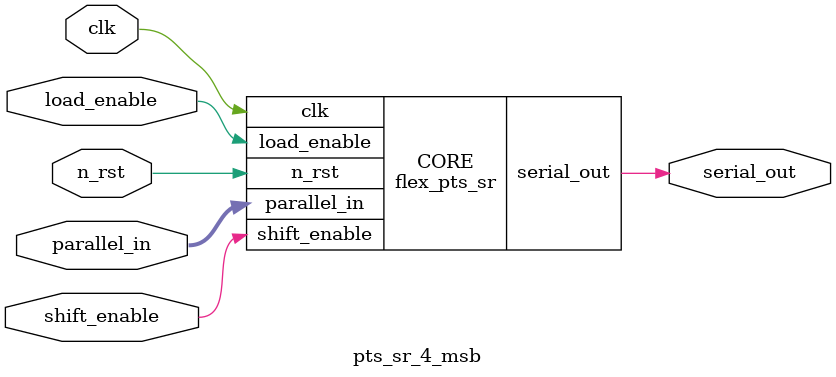
<source format=v>


module flex_pts_sr ( clk, n_rst, shift_enable, load_enable, parallel_in, 
        serial_out );
  input [3:0] parallel_in;
  input clk, n_rst, shift_enable, load_enable;
  output serial_out;
  wire   n16, n17, n18, n19, n5, n6, n7, n8, n9, n10, n11, n12, n13, n14, n15;
  wire   [2:0] temp_out;

  DFFSR \temp_out_reg[0]  ( .D(n19), .CLK(clk), .R(1'b1), .S(n_rst), .Q(
        temp_out[0]) );
  DFFSR \temp_out_reg[1]  ( .D(n18), .CLK(clk), .R(1'b1), .S(n_rst), .Q(
        temp_out[1]) );
  DFFSR \temp_out_reg[2]  ( .D(n17), .CLK(clk), .R(1'b1), .S(n_rst), .Q(
        temp_out[2]) );
  DFFSR \temp_out_reg[3]  ( .D(n16), .CLK(clk), .R(1'b1), .S(n_rst), .Q(
        serial_out) );
  NAND2X1 U7 ( .A(n5), .B(n6), .Y(n19) );
  INVX1 U8 ( .A(n7), .Y(n6) );
  MUX2X1 U9 ( .B(parallel_in[0]), .A(temp_out[0]), .S(n8), .Y(n5) );
  OAI21X1 U10 ( .A(n9), .B(n10), .C(n11), .Y(n18) );
  AOI22X1 U11 ( .A(n7), .B(temp_out[0]), .C(temp_out[1]), .D(n8), .Y(n11) );
  INVX1 U12 ( .A(parallel_in[1]), .Y(n10) );
  OAI21X1 U13 ( .A(n9), .B(n12), .C(n13), .Y(n17) );
  AOI22X1 U14 ( .A(temp_out[1]), .B(n7), .C(temp_out[2]), .D(n8), .Y(n13) );
  INVX1 U15 ( .A(parallel_in[2]), .Y(n12) );
  OAI21X1 U16 ( .A(n9), .B(n14), .C(n15), .Y(n16) );
  AOI22X1 U17 ( .A(temp_out[2]), .B(n7), .C(serial_out), .D(n8), .Y(n15) );
  NOR2X1 U18 ( .A(n8), .B(load_enable), .Y(n7) );
  NOR2X1 U19 ( .A(shift_enable), .B(load_enable), .Y(n8) );
  INVX1 U20 ( .A(parallel_in[3]), .Y(n14) );
  INVX1 U21 ( .A(load_enable), .Y(n9) );
endmodule


module pts_sr_4_msb ( clk, n_rst, shift_enable, load_enable, parallel_in, 
        serial_out );
  input [3:0] parallel_in;
  input clk, n_rst, shift_enable, load_enable;
  output serial_out;


  flex_pts_sr CORE ( .clk(clk), .n_rst(n_rst), .shift_enable(shift_enable), 
        .load_enable(load_enable), .parallel_in(parallel_in), .serial_out(
        serial_out) );
endmodule


</source>
